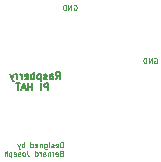
<source format=gbr>
%TF.GenerationSoftware,KiCad,Pcbnew,6.0.6*%
%TF.CreationDate,2022-09-07T18:25:10+01:00*%
%TF.ProjectId,Raspberry PI HAT,52617370-6265-4727-9279-205049204841,rev?*%
%TF.SameCoordinates,Original*%
%TF.FileFunction,Legend,Bot*%
%TF.FilePolarity,Positive*%
%FSLAX46Y46*%
G04 Gerber Fmt 4.6, Leading zero omitted, Abs format (unit mm)*
G04 Created by KiCad (PCBNEW 6.0.6) date 2022-09-07 18:25:10*
%MOMM*%
%LPD*%
G01*
G04 APERTURE LIST*
%ADD10C,0.110000*%
%ADD11C,0.150000*%
G04 APERTURE END LIST*
D10*
X97258138Y-77518047D02*
X97258138Y-77078047D01*
X97153376Y-77078047D01*
X97090519Y-77099000D01*
X97048614Y-77140904D01*
X97027661Y-77182809D01*
X97006709Y-77266619D01*
X97006709Y-77329476D01*
X97027661Y-77413285D01*
X97048614Y-77455190D01*
X97090519Y-77497095D01*
X97153376Y-77518047D01*
X97258138Y-77518047D01*
X96650519Y-77497095D02*
X96692423Y-77518047D01*
X96776233Y-77518047D01*
X96818138Y-77497095D01*
X96839090Y-77455190D01*
X96839090Y-77287571D01*
X96818138Y-77245666D01*
X96776233Y-77224714D01*
X96692423Y-77224714D01*
X96650519Y-77245666D01*
X96629566Y-77287571D01*
X96629566Y-77329476D01*
X96839090Y-77371380D01*
X96461947Y-77497095D02*
X96420042Y-77518047D01*
X96336233Y-77518047D01*
X96294328Y-77497095D01*
X96273376Y-77455190D01*
X96273376Y-77434238D01*
X96294328Y-77392333D01*
X96336233Y-77371380D01*
X96399090Y-77371380D01*
X96440995Y-77350428D01*
X96461947Y-77308523D01*
X96461947Y-77287571D01*
X96440995Y-77245666D01*
X96399090Y-77224714D01*
X96336233Y-77224714D01*
X96294328Y-77245666D01*
X96084804Y-77518047D02*
X96084804Y-77224714D01*
X96084804Y-77078047D02*
X96105757Y-77099000D01*
X96084804Y-77119952D01*
X96063852Y-77099000D01*
X96084804Y-77078047D01*
X96084804Y-77119952D01*
X95686709Y-77224714D02*
X95686709Y-77580904D01*
X95707661Y-77622809D01*
X95728614Y-77643761D01*
X95770519Y-77664714D01*
X95833376Y-77664714D01*
X95875280Y-77643761D01*
X95686709Y-77497095D02*
X95728614Y-77518047D01*
X95812423Y-77518047D01*
X95854328Y-77497095D01*
X95875280Y-77476142D01*
X95896233Y-77434238D01*
X95896233Y-77308523D01*
X95875280Y-77266619D01*
X95854328Y-77245666D01*
X95812423Y-77224714D01*
X95728614Y-77224714D01*
X95686709Y-77245666D01*
X95477185Y-77224714D02*
X95477185Y-77518047D01*
X95477185Y-77266619D02*
X95456233Y-77245666D01*
X95414328Y-77224714D01*
X95351471Y-77224714D01*
X95309566Y-77245666D01*
X95288614Y-77287571D01*
X95288614Y-77518047D01*
X94911471Y-77497095D02*
X94953376Y-77518047D01*
X95037185Y-77518047D01*
X95079090Y-77497095D01*
X95100042Y-77455190D01*
X95100042Y-77287571D01*
X95079090Y-77245666D01*
X95037185Y-77224714D01*
X94953376Y-77224714D01*
X94911471Y-77245666D01*
X94890519Y-77287571D01*
X94890519Y-77329476D01*
X95100042Y-77371380D01*
X94513376Y-77518047D02*
X94513376Y-77078047D01*
X94513376Y-77497095D02*
X94555280Y-77518047D01*
X94639090Y-77518047D01*
X94680995Y-77497095D01*
X94701947Y-77476142D01*
X94722900Y-77434238D01*
X94722900Y-77308523D01*
X94701947Y-77266619D01*
X94680995Y-77245666D01*
X94639090Y-77224714D01*
X94555280Y-77224714D01*
X94513376Y-77245666D01*
X93968614Y-77518047D02*
X93968614Y-77078047D01*
X93968614Y-77245666D02*
X93926709Y-77224714D01*
X93842900Y-77224714D01*
X93800995Y-77245666D01*
X93780042Y-77266619D01*
X93759090Y-77308523D01*
X93759090Y-77434238D01*
X93780042Y-77476142D01*
X93800995Y-77497095D01*
X93842900Y-77518047D01*
X93926709Y-77518047D01*
X93968614Y-77497095D01*
X93612423Y-77224714D02*
X93507661Y-77518047D01*
X93402900Y-77224714D02*
X93507661Y-77518047D01*
X93549566Y-77622809D01*
X93570519Y-77643761D01*
X93612423Y-77664714D01*
X97111471Y-77995971D02*
X97048614Y-78016923D01*
X97027661Y-78037876D01*
X97006709Y-78079780D01*
X97006709Y-78142638D01*
X97027661Y-78184542D01*
X97048614Y-78205495D01*
X97090519Y-78226447D01*
X97258138Y-78226447D01*
X97258138Y-77786447D01*
X97111471Y-77786447D01*
X97069566Y-77807400D01*
X97048614Y-77828352D01*
X97027661Y-77870257D01*
X97027661Y-77912161D01*
X97048614Y-77954066D01*
X97069566Y-77975019D01*
X97111471Y-77995971D01*
X97258138Y-77995971D01*
X96650519Y-78205495D02*
X96692423Y-78226447D01*
X96776233Y-78226447D01*
X96818138Y-78205495D01*
X96839090Y-78163590D01*
X96839090Y-77995971D01*
X96818138Y-77954066D01*
X96776233Y-77933114D01*
X96692423Y-77933114D01*
X96650519Y-77954066D01*
X96629566Y-77995971D01*
X96629566Y-78037876D01*
X96839090Y-78079780D01*
X96440995Y-78226447D02*
X96440995Y-77933114D01*
X96440995Y-78016923D02*
X96420042Y-77975019D01*
X96399090Y-77954066D01*
X96357185Y-77933114D01*
X96315280Y-77933114D01*
X96168614Y-77933114D02*
X96168614Y-78226447D01*
X96168614Y-77975019D02*
X96147661Y-77954066D01*
X96105757Y-77933114D01*
X96042900Y-77933114D01*
X96000995Y-77954066D01*
X95980042Y-77995971D01*
X95980042Y-78226447D01*
X95581947Y-78226447D02*
X95581947Y-77995971D01*
X95602900Y-77954066D01*
X95644804Y-77933114D01*
X95728614Y-77933114D01*
X95770519Y-77954066D01*
X95581947Y-78205495D02*
X95623852Y-78226447D01*
X95728614Y-78226447D01*
X95770519Y-78205495D01*
X95791471Y-78163590D01*
X95791471Y-78121685D01*
X95770519Y-78079780D01*
X95728614Y-78058828D01*
X95623852Y-78058828D01*
X95581947Y-78037876D01*
X95372423Y-78226447D02*
X95372423Y-77933114D01*
X95372423Y-78016923D02*
X95351471Y-77975019D01*
X95330519Y-77954066D01*
X95288614Y-77933114D01*
X95246709Y-77933114D01*
X94911471Y-78226447D02*
X94911471Y-77786447D01*
X94911471Y-78205495D02*
X94953376Y-78226447D01*
X95037185Y-78226447D01*
X95079090Y-78205495D01*
X95100042Y-78184542D01*
X95120995Y-78142638D01*
X95120995Y-78016923D01*
X95100042Y-77975019D01*
X95079090Y-77954066D01*
X95037185Y-77933114D01*
X94953376Y-77933114D01*
X94911471Y-77954066D01*
X94240995Y-77786447D02*
X94240995Y-78100733D01*
X94261947Y-78163590D01*
X94303852Y-78205495D01*
X94366709Y-78226447D01*
X94408614Y-78226447D01*
X93968614Y-78226447D02*
X94010519Y-78205495D01*
X94031471Y-78184542D01*
X94052423Y-78142638D01*
X94052423Y-78016923D01*
X94031471Y-77975019D01*
X94010519Y-77954066D01*
X93968614Y-77933114D01*
X93905757Y-77933114D01*
X93863852Y-77954066D01*
X93842900Y-77975019D01*
X93821947Y-78016923D01*
X93821947Y-78142638D01*
X93842900Y-78184542D01*
X93863852Y-78205495D01*
X93905757Y-78226447D01*
X93968614Y-78226447D01*
X93654328Y-78205495D02*
X93612423Y-78226447D01*
X93528614Y-78226447D01*
X93486709Y-78205495D01*
X93465757Y-78163590D01*
X93465757Y-78142638D01*
X93486709Y-78100733D01*
X93528614Y-78079780D01*
X93591471Y-78079780D01*
X93633376Y-78058828D01*
X93654328Y-78016923D01*
X93654328Y-77995971D01*
X93633376Y-77954066D01*
X93591471Y-77933114D01*
X93528614Y-77933114D01*
X93486709Y-77954066D01*
X93109566Y-78205495D02*
X93151471Y-78226447D01*
X93235280Y-78226447D01*
X93277185Y-78205495D01*
X93298138Y-78163590D01*
X93298138Y-77995971D01*
X93277185Y-77954066D01*
X93235280Y-77933114D01*
X93151471Y-77933114D01*
X93109566Y-77954066D01*
X93088614Y-77995971D01*
X93088614Y-78037876D01*
X93298138Y-78079780D01*
X92900042Y-77933114D02*
X92900042Y-78373114D01*
X92900042Y-77954066D02*
X92858138Y-77933114D01*
X92774328Y-77933114D01*
X92732423Y-77954066D01*
X92711471Y-77975019D01*
X92690519Y-78016923D01*
X92690519Y-78142638D01*
X92711471Y-78184542D01*
X92732423Y-78205495D01*
X92774328Y-78226447D01*
X92858138Y-78226447D01*
X92900042Y-78205495D01*
X92501947Y-78226447D02*
X92501947Y-77786447D01*
X92313376Y-78226447D02*
X92313376Y-77995971D01*
X92334328Y-77954066D01*
X92376233Y-77933114D01*
X92439090Y-77933114D01*
X92480995Y-77954066D01*
X92501947Y-77975019D01*
D11*
X96648342Y-71721228D02*
X96848342Y-71435514D01*
X96991200Y-71721228D02*
X96991200Y-71121228D01*
X96762628Y-71121228D01*
X96705485Y-71149800D01*
X96676914Y-71178371D01*
X96648342Y-71235514D01*
X96648342Y-71321228D01*
X96676914Y-71378371D01*
X96705485Y-71406942D01*
X96762628Y-71435514D01*
X96991200Y-71435514D01*
X96134057Y-71721228D02*
X96134057Y-71406942D01*
X96162628Y-71349800D01*
X96219771Y-71321228D01*
X96334057Y-71321228D01*
X96391200Y-71349800D01*
X96134057Y-71692657D02*
X96191200Y-71721228D01*
X96334057Y-71721228D01*
X96391200Y-71692657D01*
X96419771Y-71635514D01*
X96419771Y-71578371D01*
X96391200Y-71521228D01*
X96334057Y-71492657D01*
X96191200Y-71492657D01*
X96134057Y-71464085D01*
X95876914Y-71692657D02*
X95819771Y-71721228D01*
X95705485Y-71721228D01*
X95648342Y-71692657D01*
X95619771Y-71635514D01*
X95619771Y-71606942D01*
X95648342Y-71549800D01*
X95705485Y-71521228D01*
X95791200Y-71521228D01*
X95848342Y-71492657D01*
X95876914Y-71435514D01*
X95876914Y-71406942D01*
X95848342Y-71349800D01*
X95791200Y-71321228D01*
X95705485Y-71321228D01*
X95648342Y-71349800D01*
X95362628Y-71321228D02*
X95362628Y-71921228D01*
X95362628Y-71349800D02*
X95305485Y-71321228D01*
X95191200Y-71321228D01*
X95134057Y-71349800D01*
X95105485Y-71378371D01*
X95076914Y-71435514D01*
X95076914Y-71606942D01*
X95105485Y-71664085D01*
X95134057Y-71692657D01*
X95191200Y-71721228D01*
X95305485Y-71721228D01*
X95362628Y-71692657D01*
X94819771Y-71721228D02*
X94819771Y-71121228D01*
X94819771Y-71349800D02*
X94762628Y-71321228D01*
X94648342Y-71321228D01*
X94591200Y-71349800D01*
X94562628Y-71378371D01*
X94534057Y-71435514D01*
X94534057Y-71606942D01*
X94562628Y-71664085D01*
X94591200Y-71692657D01*
X94648342Y-71721228D01*
X94762628Y-71721228D01*
X94819771Y-71692657D01*
X94048342Y-71692657D02*
X94105485Y-71721228D01*
X94219771Y-71721228D01*
X94276914Y-71692657D01*
X94305485Y-71635514D01*
X94305485Y-71406942D01*
X94276914Y-71349800D01*
X94219771Y-71321228D01*
X94105485Y-71321228D01*
X94048342Y-71349800D01*
X94019771Y-71406942D01*
X94019771Y-71464085D01*
X94305485Y-71521228D01*
X93762628Y-71721228D02*
X93762628Y-71321228D01*
X93762628Y-71435514D02*
X93734057Y-71378371D01*
X93705485Y-71349800D01*
X93648342Y-71321228D01*
X93591200Y-71321228D01*
X93391200Y-71721228D02*
X93391200Y-71321228D01*
X93391200Y-71435514D02*
X93362628Y-71378371D01*
X93334057Y-71349800D01*
X93276914Y-71321228D01*
X93219771Y-71321228D01*
X93076914Y-71321228D02*
X92934057Y-71721228D01*
X92791200Y-71321228D02*
X92934057Y-71721228D01*
X92991200Y-71864085D01*
X93019771Y-71892657D01*
X93076914Y-71921228D01*
X96019771Y-72687228D02*
X96019771Y-72087228D01*
X95791200Y-72087228D01*
X95734057Y-72115800D01*
X95705485Y-72144371D01*
X95676914Y-72201514D01*
X95676914Y-72287228D01*
X95705485Y-72344371D01*
X95734057Y-72372942D01*
X95791200Y-72401514D01*
X96019771Y-72401514D01*
X95419771Y-72687228D02*
X95419771Y-72087228D01*
X94676914Y-72687228D02*
X94676914Y-72087228D01*
X94676914Y-72372942D02*
X94334057Y-72372942D01*
X94334057Y-72687228D02*
X94334057Y-72087228D01*
X94076914Y-72515800D02*
X93791200Y-72515800D01*
X94134057Y-72687228D02*
X93934057Y-72087228D01*
X93734057Y-72687228D01*
X93619771Y-72087228D02*
X93276914Y-72087228D01*
X93448342Y-72687228D02*
X93448342Y-72087228D01*
D10*
%TO.C,D2*%
X98176038Y-65464400D02*
X98217942Y-65443447D01*
X98280800Y-65443447D01*
X98343657Y-65464400D01*
X98385561Y-65506304D01*
X98406514Y-65548209D01*
X98427466Y-65632019D01*
X98427466Y-65694876D01*
X98406514Y-65778685D01*
X98385561Y-65820590D01*
X98343657Y-65862495D01*
X98280800Y-65883447D01*
X98238895Y-65883447D01*
X98176038Y-65862495D01*
X98155085Y-65841542D01*
X98155085Y-65694876D01*
X98238895Y-65694876D01*
X97966514Y-65883447D02*
X97966514Y-65443447D01*
X97715085Y-65883447D01*
X97715085Y-65443447D01*
X97505561Y-65883447D02*
X97505561Y-65443447D01*
X97400800Y-65443447D01*
X97337942Y-65464400D01*
X97296038Y-65506304D01*
X97275085Y-65548209D01*
X97254133Y-65632019D01*
X97254133Y-65694876D01*
X97275085Y-65778685D01*
X97296038Y-65820590D01*
X97337942Y-65862495D01*
X97400800Y-65883447D01*
X97505561Y-65883447D01*
X104983238Y-69985600D02*
X105025142Y-69964647D01*
X105088000Y-69964647D01*
X105150857Y-69985600D01*
X105192761Y-70027504D01*
X105213714Y-70069409D01*
X105234666Y-70153219D01*
X105234666Y-70216076D01*
X105213714Y-70299885D01*
X105192761Y-70341790D01*
X105150857Y-70383695D01*
X105088000Y-70404647D01*
X105046095Y-70404647D01*
X104983238Y-70383695D01*
X104962285Y-70362742D01*
X104962285Y-70216076D01*
X105046095Y-70216076D01*
X104773714Y-70404647D02*
X104773714Y-69964647D01*
X104522285Y-70404647D01*
X104522285Y-69964647D01*
X104312761Y-70404647D02*
X104312761Y-69964647D01*
X104208000Y-69964647D01*
X104145142Y-69985600D01*
X104103238Y-70027504D01*
X104082285Y-70069409D01*
X104061333Y-70153219D01*
X104061333Y-70216076D01*
X104082285Y-70299885D01*
X104103238Y-70341790D01*
X104145142Y-70383695D01*
X104208000Y-70404647D01*
X104312761Y-70404647D01*
%TD*%
M02*

</source>
